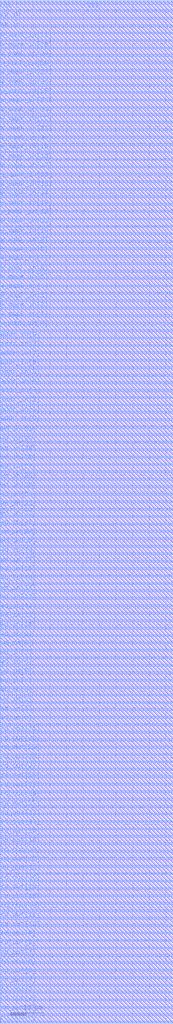
<source format=lef>
# Generated by FakeRAM 2.0
VERSION 5.7 ;
BUSBITCHARS "[]" ;
PROPERTYDEFINITIONS
  MACRO width INTEGER ;
  MACRO depth INTEGER ;
  MACRO banks INTEGER ;
END PROPERTYDEFINITIONS
MACRO fakeram45_1024x32_top_tier
  PROPERTY width 32 ;
  PROPERTY depth 1024 ;
  PROPERTY banks 2 ;
  FOREIGN fakeram45_1024x32_top_tier 0 0 ;
  SYMMETRY X Y R90 ;
  SIZE 0.19 BY 1.4 ;
  CLASS BLOCK ;
  PIN rd_out[0]
    DIRECTION OUTPUT ;
    USE SIGNAL ;
    SHAPE ABUTMENT ;
    PORT
      LAYER metal4_top_tier ;
      RECT 0.000 0.280 0.140 0.420 ;
    END
  END rd_out[0]
  PIN rd_out[1]
    DIRECTION OUTPUT ;
    USE SIGNAL ;
    SHAPE ABUTMENT ;
    PORT
      LAYER metal4_top_tier ;
      RECT 0.000 3.080 0.140 3.220 ;
    END
  END rd_out[1]
  PIN rd_out[2]
    DIRECTION OUTPUT ;
    USE SIGNAL ;
    SHAPE ABUTMENT ;
    PORT
      LAYER metal4_top_tier ;
      RECT 0.000 5.880 0.140 6.020 ;
    END
  END rd_out[2]
  PIN rd_out[3]
    DIRECTION OUTPUT ;
    USE SIGNAL ;
    SHAPE ABUTMENT ;
    PORT
      LAYER metal4_top_tier ;
      RECT 0.000 8.680 0.140 8.820 ;
    END
  END rd_out[3]
  PIN rd_out[4]
    DIRECTION OUTPUT ;
    USE SIGNAL ;
    SHAPE ABUTMENT ;
    PORT
      LAYER metal4_top_tier ;
      RECT 0.000 11.480 0.140 11.620 ;
    END
  END rd_out[4]
  PIN rd_out[5]
    DIRECTION OUTPUT ;
    USE SIGNAL ;
    SHAPE ABUTMENT ;
    PORT
      LAYER metal4_top_tier ;
      RECT 0.000 14.280 0.140 14.420 ;
    END
  END rd_out[5]
  PIN rd_out[6]
    DIRECTION OUTPUT ;
    USE SIGNAL ;
    SHAPE ABUTMENT ;
    PORT
      LAYER metal4_top_tier ;
      RECT 0.000 17.080 0.140 17.220 ;
    END
  END rd_out[6]
  PIN rd_out[7]
    DIRECTION OUTPUT ;
    USE SIGNAL ;
    SHAPE ABUTMENT ;
    PORT
      LAYER metal4_top_tier ;
      RECT 0.000 19.880 0.140 20.020 ;
    END
  END rd_out[7]
  PIN rd_out[8]
    DIRECTION OUTPUT ;
    USE SIGNAL ;
    SHAPE ABUTMENT ;
    PORT
      LAYER metal4_top_tier ;
      RECT 0.000 22.680 0.140 22.820 ;
    END
  END rd_out[8]
  PIN rd_out[9]
    DIRECTION OUTPUT ;
    USE SIGNAL ;
    SHAPE ABUTMENT ;
    PORT
      LAYER metal4_top_tier ;
      RECT 0.000 25.480 0.140 25.620 ;
    END
  END rd_out[9]
  PIN rd_out[10]
    DIRECTION OUTPUT ;
    USE SIGNAL ;
    SHAPE ABUTMENT ;
    PORT
      LAYER metal4_top_tier ;
      RECT 0.000 28.280 0.140 28.420 ;
    END
  END rd_out[10]
  PIN rd_out[11]
    DIRECTION OUTPUT ;
    USE SIGNAL ;
    SHAPE ABUTMENT ;
    PORT
      LAYER metal4_top_tier ;
      RECT 0.000 31.080 0.140 31.220 ;
    END
  END rd_out[11]
  PIN rd_out[12]
    DIRECTION OUTPUT ;
    USE SIGNAL ;
    SHAPE ABUTMENT ;
    PORT
      LAYER metal4_top_tier ;
      RECT 0.000 33.880 0.140 34.020 ;
    END
  END rd_out[12]
  PIN rd_out[13]
    DIRECTION OUTPUT ;
    USE SIGNAL ;
    SHAPE ABUTMENT ;
    PORT
      LAYER metal4_top_tier ;
      RECT 0.000 36.680 0.140 36.820 ;
    END
  END rd_out[13]
  PIN rd_out[14]
    DIRECTION OUTPUT ;
    USE SIGNAL ;
    SHAPE ABUTMENT ;
    PORT
      LAYER metal4_top_tier ;
      RECT 0.000 39.480 0.140 39.620 ;
    END
  END rd_out[14]
  PIN rd_out[15]
    DIRECTION OUTPUT ;
    USE SIGNAL ;
    SHAPE ABUTMENT ;
    PORT
      LAYER metal4_top_tier ;
      RECT 0.000 42.280 0.140 42.420 ;
    END
  END rd_out[15]
  PIN rd_out[16]
    DIRECTION OUTPUT ;
    USE SIGNAL ;
    SHAPE ABUTMENT ;
    PORT
      LAYER metal4_top_tier ;
      RECT 0.000 45.080 0.140 45.220 ;
    END
  END rd_out[16]
  PIN rd_out[17]
    DIRECTION OUTPUT ;
    USE SIGNAL ;
    SHAPE ABUTMENT ;
    PORT
      LAYER metal4_top_tier ;
      RECT 0.000 47.880 0.140 48.020 ;
    END
  END rd_out[17]
  PIN rd_out[18]
    DIRECTION OUTPUT ;
    USE SIGNAL ;
    SHAPE ABUTMENT ;
    PORT
      LAYER metal4_top_tier ;
      RECT 0.000 50.680 0.140 50.820 ;
    END
  END rd_out[18]
  PIN rd_out[19]
    DIRECTION OUTPUT ;
    USE SIGNAL ;
    SHAPE ABUTMENT ;
    PORT
      LAYER metal4_top_tier ;
      RECT 0.000 53.480 0.140 53.620 ;
    END
  END rd_out[19]
  PIN rd_out[20]
    DIRECTION OUTPUT ;
    USE SIGNAL ;
    SHAPE ABUTMENT ;
    PORT
      LAYER metal4_top_tier ;
      RECT 0.000 56.280 0.140 56.420 ;
    END
  END rd_out[20]
  PIN rd_out[21]
    DIRECTION OUTPUT ;
    USE SIGNAL ;
    SHAPE ABUTMENT ;
    PORT
      LAYER metal4_top_tier ;
      RECT 0.000 59.080 0.140 59.220 ;
    END
  END rd_out[21]
  PIN rd_out[22]
    DIRECTION OUTPUT ;
    USE SIGNAL ;
    SHAPE ABUTMENT ;
    PORT
      LAYER metal4_top_tier ;
      RECT 0.000 61.880 0.140 62.020 ;
    END
  END rd_out[22]
  PIN rd_out[23]
    DIRECTION OUTPUT ;
    USE SIGNAL ;
    SHAPE ABUTMENT ;
    PORT
      LAYER metal4_top_tier ;
      RECT 0.000 64.680 0.140 64.820 ;
    END
  END rd_out[23]
  PIN rd_out[24]
    DIRECTION OUTPUT ;
    USE SIGNAL ;
    SHAPE ABUTMENT ;
    PORT
      LAYER metal4_top_tier ;
      RECT 0.000 67.480 0.140 67.620 ;
    END
  END rd_out[24]
  PIN rd_out[25]
    DIRECTION OUTPUT ;
    USE SIGNAL ;
    SHAPE ABUTMENT ;
    PORT
      LAYER metal4_top_tier ;
      RECT 0.000 70.280 0.140 70.420 ;
    END
  END rd_out[25]
  PIN rd_out[26]
    DIRECTION OUTPUT ;
    USE SIGNAL ;
    SHAPE ABUTMENT ;
    PORT
      LAYER metal4_top_tier ;
      RECT 0.000 73.080 0.140 73.220 ;
    END
  END rd_out[26]
  PIN rd_out[27]
    DIRECTION OUTPUT ;
    USE SIGNAL ;
    SHAPE ABUTMENT ;
    PORT
      LAYER metal4_top_tier ;
      RECT 0.000 75.880 0.140 76.020 ;
    END
  END rd_out[27]
  PIN rd_out[28]
    DIRECTION OUTPUT ;
    USE SIGNAL ;
    SHAPE ABUTMENT ;
    PORT
      LAYER metal4_top_tier ;
      RECT 0.000 78.680 0.140 78.820 ;
    END
  END rd_out[28]
  PIN rd_out[29]
    DIRECTION OUTPUT ;
    USE SIGNAL ;
    SHAPE ABUTMENT ;
    PORT
      LAYER metal4_top_tier ;
      RECT 0.000 81.480 0.140 81.620 ;
    END
  END rd_out[29]
  PIN rd_out[30]
    DIRECTION OUTPUT ;
    USE SIGNAL ;
    SHAPE ABUTMENT ;
    PORT
      LAYER metal4_top_tier ;
      RECT 0.000 84.280 0.140 84.420 ;
    END
  END rd_out[30]
  PIN rd_out[31]
    DIRECTION OUTPUT ;
    USE SIGNAL ;
    SHAPE ABUTMENT ;
    PORT
      LAYER metal4_top_tier ;
      RECT 0.000 87.080 0.140 87.220 ;
    END
  END rd_out[31]
  PIN wd_in[0]
    DIRECTION INPUT ;
    USE SIGNAL ;
    SHAPE ABUTMENT ;
    PORT
      LAYER metal4_top_tier ;
      RECT 0.000 90.440 0.140 90.580 ;
    END
  END wd_in[0]
  PIN wd_in[1]
    DIRECTION INPUT ;
    USE SIGNAL ;
    SHAPE ABUTMENT ;
    PORT
      LAYER metal4_top_tier ;
      RECT 0.000 93.240 0.140 93.380 ;
    END
  END wd_in[1]
  PIN wd_in[2]
    DIRECTION INPUT ;
    USE SIGNAL ;
    SHAPE ABUTMENT ;
    PORT
      LAYER metal4_top_tier ;
      RECT 0.000 96.040 0.140 96.180 ;
    END
  END wd_in[2]
  PIN wd_in[3]
    DIRECTION INPUT ;
    USE SIGNAL ;
    SHAPE ABUTMENT ;
    PORT
      LAYER metal4_top_tier ;
      RECT 0.000 98.840 0.140 98.980 ;
    END
  END wd_in[3]
  PIN wd_in[4]
    DIRECTION INPUT ;
    USE SIGNAL ;
    SHAPE ABUTMENT ;
    PORT
      LAYER metal4_top_tier ;
      RECT 0.000 101.640 0.140 101.780 ;
    END
  END wd_in[4]
  PIN wd_in[5]
    DIRECTION INPUT ;
    USE SIGNAL ;
    SHAPE ABUTMENT ;
    PORT
      LAYER metal4_top_tier ;
      RECT 0.000 104.440 0.140 104.580 ;
    END
  END wd_in[5]
  PIN wd_in[6]
    DIRECTION INPUT ;
    USE SIGNAL ;
    SHAPE ABUTMENT ;
    PORT
      LAYER metal4_top_tier ;
      RECT 0.000 107.240 0.140 107.380 ;
    END
  END wd_in[6]
  PIN wd_in[7]
    DIRECTION INPUT ;
    USE SIGNAL ;
    SHAPE ABUTMENT ;
    PORT
      LAYER metal4_top_tier ;
      RECT 0.000 110.040 0.140 110.180 ;
    END
  END wd_in[7]
  PIN wd_in[8]
    DIRECTION INPUT ;
    USE SIGNAL ;
    SHAPE ABUTMENT ;
    PORT
      LAYER metal4_top_tier ;
      RECT 0.000 112.840 0.140 112.980 ;
    END
  END wd_in[8]
  PIN wd_in[9]
    DIRECTION INPUT ;
    USE SIGNAL ;
    SHAPE ABUTMENT ;
    PORT
      LAYER metal4_top_tier ;
      RECT 0.000 115.640 0.140 115.780 ;
    END
  END wd_in[9]
  PIN wd_in[10]
    DIRECTION INPUT ;
    USE SIGNAL ;
    SHAPE ABUTMENT ;
    PORT
      LAYER metal4_top_tier ;
      RECT 0.000 118.440 0.140 118.580 ;
    END
  END wd_in[10]
  PIN wd_in[11]
    DIRECTION INPUT ;
    USE SIGNAL ;
    SHAPE ABUTMENT ;
    PORT
      LAYER metal4_top_tier ;
      RECT 0.000 121.240 0.140 121.380 ;
    END
  END wd_in[11]
  PIN wd_in[12]
    DIRECTION INPUT ;
    USE SIGNAL ;
    SHAPE ABUTMENT ;
    PORT
      LAYER metal4_top_tier ;
      RECT 0.000 124.040 0.140 124.180 ;
    END
  END wd_in[12]
  PIN wd_in[13]
    DIRECTION INPUT ;
    USE SIGNAL ;
    SHAPE ABUTMENT ;
    PORT
      LAYER metal4_top_tier ;
      RECT 0.000 126.840 0.140 126.980 ;
    END
  END wd_in[13]
  PIN wd_in[14]
    DIRECTION INPUT ;
    USE SIGNAL ;
    SHAPE ABUTMENT ;
    PORT
      LAYER metal4_top_tier ;
      RECT 0.000 129.640 0.140 129.780 ;
    END
  END wd_in[14]
  PIN wd_in[15]
    DIRECTION INPUT ;
    USE SIGNAL ;
    SHAPE ABUTMENT ;
    PORT
      LAYER metal4_top_tier ;
      RECT 0.000 132.440 0.140 132.580 ;
    END
  END wd_in[15]
  PIN wd_in[16]
    DIRECTION INPUT ;
    USE SIGNAL ;
    SHAPE ABUTMENT ;
    PORT
      LAYER metal4_top_tier ;
      RECT 0.000 135.240 0.140 135.380 ;
    END
  END wd_in[16]
  PIN wd_in[17]
    DIRECTION INPUT ;
    USE SIGNAL ;
    SHAPE ABUTMENT ;
    PORT
      LAYER metal4_top_tier ;
      RECT 0.000 138.040 0.140 138.180 ;
    END
  END wd_in[17]
  PIN wd_in[18]
    DIRECTION INPUT ;
    USE SIGNAL ;
    SHAPE ABUTMENT ;
    PORT
      LAYER metal4_top_tier ;
      RECT 0.000 140.840 0.140 140.980 ;
    END
  END wd_in[18]
  PIN wd_in[19]
    DIRECTION INPUT ;
    USE SIGNAL ;
    SHAPE ABUTMENT ;
    PORT
      LAYER metal4_top_tier ;
      RECT 0.000 143.640 0.140 143.780 ;
    END
  END wd_in[19]
  PIN wd_in[20]
    DIRECTION INPUT ;
    USE SIGNAL ;
    SHAPE ABUTMENT ;
    PORT
      LAYER metal4_top_tier ;
      RECT 0.000 146.440 0.140 146.580 ;
    END
  END wd_in[20]
  PIN wd_in[21]
    DIRECTION INPUT ;
    USE SIGNAL ;
    SHAPE ABUTMENT ;
    PORT
      LAYER metal4_top_tier ;
      RECT 0.000 149.240 0.140 149.380 ;
    END
  END wd_in[21]
  PIN wd_in[22]
    DIRECTION INPUT ;
    USE SIGNAL ;
    SHAPE ABUTMENT ;
    PORT
      LAYER metal4_top_tier ;
      RECT 0.000 152.040 0.140 152.180 ;
    END
  END wd_in[22]
  PIN wd_in[23]
    DIRECTION INPUT ;
    USE SIGNAL ;
    SHAPE ABUTMENT ;
    PORT
      LAYER metal4_top_tier ;
      RECT 0.000 154.840 0.140 154.980 ;
    END
  END wd_in[23]
  PIN wd_in[24]
    DIRECTION INPUT ;
    USE SIGNAL ;
    SHAPE ABUTMENT ;
    PORT
      LAYER metal4_top_tier ;
      RECT 0.000 157.640 0.140 157.780 ;
    END
  END wd_in[24]
  PIN wd_in[25]
    DIRECTION INPUT ;
    USE SIGNAL ;
    SHAPE ABUTMENT ;
    PORT
      LAYER metal4_top_tier ;
      RECT 0.000 160.440 0.140 160.580 ;
    END
  END wd_in[25]
  PIN wd_in[26]
    DIRECTION INPUT ;
    USE SIGNAL ;
    SHAPE ABUTMENT ;
    PORT
      LAYER metal4_top_tier ;
      RECT 0.000 163.240 0.140 163.380 ;
    END
  END wd_in[26]
  PIN wd_in[27]
    DIRECTION INPUT ;
    USE SIGNAL ;
    SHAPE ABUTMENT ;
    PORT
      LAYER metal4_top_tier ;
      RECT 0.000 166.040 0.140 166.180 ;
    END
  END wd_in[27]
  PIN wd_in[28]
    DIRECTION INPUT ;
    USE SIGNAL ;
    SHAPE ABUTMENT ;
    PORT
      LAYER metal4_top_tier ;
      RECT 0.000 168.840 0.140 168.980 ;
    END
  END wd_in[28]
  PIN wd_in[29]
    DIRECTION INPUT ;
    USE SIGNAL ;
    SHAPE ABUTMENT ;
    PORT
      LAYER metal4_top_tier ;
      RECT 0.000 171.640 0.140 171.780 ;
    END
  END wd_in[29]
  PIN wd_in[30]
    DIRECTION INPUT ;
    USE SIGNAL ;
    SHAPE ABUTMENT ;
    PORT
      LAYER metal4_top_tier ;
      RECT 0.000 174.440 0.140 174.580 ;
    END
  END wd_in[30]
  PIN wd_in[31]
    DIRECTION INPUT ;
    USE SIGNAL ;
    SHAPE ABUTMENT ;
    PORT
      LAYER metal4_top_tier ;
      RECT 0.000 177.240 0.140 177.380 ;
    END
  END wd_in[31]
  PIN addr_in[0]
    DIRECTION INPUT ;
    USE SIGNAL ;
    SHAPE ABUTMENT ;
    PORT
      LAYER metal4_top_tier ;
      RECT 0.000 180.600 0.140 180.740 ;
    END
  END addr_in[0]
  PIN addr_in[1]
    DIRECTION INPUT ;
    USE SIGNAL ;
    SHAPE ABUTMENT ;
    PORT
      LAYER metal4_top_tier ;
      RECT 0.000 183.400 0.140 183.540 ;
    END
  END addr_in[1]
  PIN addr_in[2]
    DIRECTION INPUT ;
    USE SIGNAL ;
    SHAPE ABUTMENT ;
    PORT
      LAYER metal4_top_tier ;
      RECT 0.000 186.200 0.140 186.340 ;
    END
  END addr_in[2]
  PIN addr_in[3]
    DIRECTION INPUT ;
    USE SIGNAL ;
    SHAPE ABUTMENT ;
    PORT
      LAYER metal4_top_tier ;
      RECT 0.000 189.000 0.140 189.140 ;
    END
  END addr_in[3]
  PIN addr_in[4]
    DIRECTION INPUT ;
    USE SIGNAL ;
    SHAPE ABUTMENT ;
    PORT
      LAYER metal4_top_tier ;
      RECT 0.000 191.800 0.140 191.940 ;
    END
  END addr_in[4]
  PIN addr_in[5]
    DIRECTION INPUT ;
    USE SIGNAL ;
    SHAPE ABUTMENT ;
    PORT
      LAYER metal4_top_tier ;
      RECT 0.000 194.600 0.140 194.740 ;
    END
  END addr_in[5]
  PIN addr_in[6]
    DIRECTION INPUT ;
    USE SIGNAL ;
    SHAPE ABUTMENT ;
    PORT
      LAYER metal4_top_tier ;
      RECT 0.000 197.400 0.140 197.540 ;
    END
  END addr_in[6]
  PIN addr_in[7]
    DIRECTION INPUT ;
    USE SIGNAL ;
    SHAPE ABUTMENT ;
    PORT
      LAYER metal4_top_tier ;
      RECT 0.000 200.200 0.140 200.340 ;
    END
  END addr_in[7]
  PIN addr_in[8]
    DIRECTION INPUT ;
    USE SIGNAL ;
    SHAPE ABUTMENT ;
    PORT
      LAYER metal4_top_tier ;
      RECT 0.000 203.000 0.140 203.140 ;
    END
  END addr_in[8]
  PIN addr_in[9]
    DIRECTION INPUT ;
    USE SIGNAL ;
    SHAPE ABUTMENT ;
    PORT
      LAYER metal4_top_tier ;
      RECT 0.000 205.800 0.140 205.940 ;
    END
  END addr_in[9]
  PIN w_mask_in[0]
    DIRECTION OUTPUT ;
    USE SIGNAL ;
    SHAPE ABUTMENT ;
    PORT
      LAYER metal4_top_tier ;
      RECT 0.000 209.160 0.140 209.300 ;
    END
  END w_mask_in[0]
  PIN w_mask_in[1]
    DIRECTION OUTPUT ;
    USE SIGNAL ;
    SHAPE ABUTMENT ;
    PORT
      LAYER metal4_top_tier ;
      RECT 0.000 211.960 0.140 212.100 ;
    END
  END w_mask_in[1]
  PIN w_mask_in[2]
    DIRECTION OUTPUT ;
    USE SIGNAL ;
    SHAPE ABUTMENT ;
    PORT
      LAYER metal4_top_tier ;
      RECT 0.000 214.760 0.140 214.900 ;
    END
  END w_mask_in[2]
  PIN w_mask_in[3]
    DIRECTION OUTPUT ;
    USE SIGNAL ;
    SHAPE ABUTMENT ;
    PORT
      LAYER metal4_top_tier ;
      RECT 0.000 217.560 0.140 217.700 ;
    END
  END w_mask_in[3]
  PIN w_mask_in[4]
    DIRECTION OUTPUT ;
    USE SIGNAL ;
    SHAPE ABUTMENT ;
    PORT
      LAYER metal4_top_tier ;
      RECT 0.000 220.360 0.140 220.500 ;
    END
  END w_mask_in[4]
  PIN w_mask_in[5]
    DIRECTION OUTPUT ;
    USE SIGNAL ;
    SHAPE ABUTMENT ;
    PORT
      LAYER metal4_top_tier ;
      RECT 0.000 223.160 0.140 223.300 ;
    END
  END w_mask_in[5]
  PIN w_mask_in[6]
    DIRECTION OUTPUT ;
    USE SIGNAL ;
    SHAPE ABUTMENT ;
    PORT
      LAYER metal4_top_tier ;
      RECT 0.000 225.960 0.140 226.100 ;
    END
  END w_mask_in[6]
  PIN w_mask_in[7]
    DIRECTION OUTPUT ;
    USE SIGNAL ;
    SHAPE ABUTMENT ;
    PORT
      LAYER metal4_top_tier ;
      RECT 0.000 228.760 0.140 228.900 ;
    END
  END w_mask_in[7]
  PIN w_mask_in[8]
    DIRECTION OUTPUT ;
    USE SIGNAL ;
    SHAPE ABUTMENT ;
    PORT
      LAYER metal4_top_tier ;
      RECT 0.000 231.560 0.140 231.700 ;
    END
  END w_mask_in[8]
  PIN w_mask_in[9]
    DIRECTION OUTPUT ;
    USE SIGNAL ;
    SHAPE ABUTMENT ;
    PORT
      LAYER metal4_top_tier ;
      RECT 0.000 234.360 0.140 234.500 ;
    END
  END w_mask_in[9]
  PIN w_mask_in[10]
    DIRECTION OUTPUT ;
    USE SIGNAL ;
    SHAPE ABUTMENT ;
    PORT
      LAYER metal4_top_tier ;
      RECT 0.000 237.160 0.140 237.300 ;
    END
  END w_mask_in[10]
  PIN w_mask_in[11]
    DIRECTION OUTPUT ;
    USE SIGNAL ;
    SHAPE ABUTMENT ;
    PORT
      LAYER metal4_top_tier ;
      RECT 0.000 239.960 0.140 240.100 ;
    END
  END w_mask_in[11]
  PIN w_mask_in[12]
    DIRECTION OUTPUT ;
    USE SIGNAL ;
    SHAPE ABUTMENT ;
    PORT
      LAYER metal4_top_tier ;
      RECT 0.000 242.760 0.140 242.900 ;
    END
  END w_mask_in[12]
  PIN w_mask_in[13]
    DIRECTION OUTPUT ;
    USE SIGNAL ;
    SHAPE ABUTMENT ;
    PORT
      LAYER metal4_top_tier ;
      RECT 0.000 245.560 0.140 245.700 ;
    END
  END w_mask_in[13]
  PIN w_mask_in[14]
    DIRECTION OUTPUT ;
    USE SIGNAL ;
    SHAPE ABUTMENT ;
    PORT
      LAYER metal4_top_tier ;
      RECT 0.000 248.360 0.140 248.500 ;
    END
  END w_mask_in[14]
  PIN w_mask_in[15]
    DIRECTION OUTPUT ;
    USE SIGNAL ;
    SHAPE ABUTMENT ;
    PORT
      LAYER metal4_top_tier ;
      RECT 0.000 251.160 0.140 251.300 ;
    END
  END w_mask_in[15]
  PIN w_mask_in[16]
    DIRECTION OUTPUT ;
    USE SIGNAL ;
    SHAPE ABUTMENT ;
    PORT
      LAYER metal4_top_tier ;
      RECT 0.000 253.960 0.140 254.100 ;
    END
  END w_mask_in[16]
  PIN w_mask_in[17]
    DIRECTION OUTPUT ;
    USE SIGNAL ;
    SHAPE ABUTMENT ;
    PORT
      LAYER metal4_top_tier ;
      RECT 0.000 256.760 0.140 256.900 ;
    END
  END w_mask_in[17]
  PIN w_mask_in[18]
    DIRECTION OUTPUT ;
    USE SIGNAL ;
    SHAPE ABUTMENT ;
    PORT
      LAYER metal4_top_tier ;
      RECT 0.000 259.560 0.140 259.700 ;
    END
  END w_mask_in[18]
  PIN w_mask_in[19]
    DIRECTION OUTPUT ;
    USE SIGNAL ;
    SHAPE ABUTMENT ;
    PORT
      LAYER metal4_top_tier ;
      RECT 0.000 262.360 0.140 262.500 ;
    END
  END w_mask_in[19]
  PIN w_mask_in[20]
    DIRECTION OUTPUT ;
    USE SIGNAL ;
    SHAPE ABUTMENT ;
    PORT
      LAYER metal4_top_tier ;
      RECT 0.000 265.160 0.140 265.300 ;
    END
  END w_mask_in[20]
  PIN w_mask_in[21]
    DIRECTION OUTPUT ;
    USE SIGNAL ;
    SHAPE ABUTMENT ;
    PORT
      LAYER metal4_top_tier ;
      RECT 0.000 267.960 0.140 268.100 ;
    END
  END w_mask_in[21]
  PIN w_mask_in[22]
    DIRECTION OUTPUT ;
    USE SIGNAL ;
    SHAPE ABUTMENT ;
    PORT
      LAYER metal4_top_tier ;
      RECT 0.000 270.760 0.140 270.900 ;
    END
  END w_mask_in[22]
  PIN w_mask_in[23]
    DIRECTION OUTPUT ;
    USE SIGNAL ;
    SHAPE ABUTMENT ;
    PORT
      LAYER metal4_top_tier ;
      RECT 0.000 273.560 0.140 273.700 ;
    END
  END w_mask_in[23]
  PIN w_mask_in[24]
    DIRECTION OUTPUT ;
    USE SIGNAL ;
    SHAPE ABUTMENT ;
    PORT
      LAYER metal4_top_tier ;
      RECT 0.000 276.360 0.140 276.500 ;
    END
  END w_mask_in[24]
  PIN w_mask_in[25]
    DIRECTION OUTPUT ;
    USE SIGNAL ;
    SHAPE ABUTMENT ;
    PORT
      LAYER metal4_top_tier ;
      RECT 0.000 279.160 0.140 279.300 ;
    END
  END w_mask_in[25]
  PIN w_mask_in[26]
    DIRECTION OUTPUT ;
    USE SIGNAL ;
    SHAPE ABUTMENT ;
    PORT
      LAYER metal4_top_tier ;
      RECT 0.000 281.960 0.140 282.100 ;
    END
  END w_mask_in[26]
  PIN w_mask_in[27]
    DIRECTION OUTPUT ;
    USE SIGNAL ;
    SHAPE ABUTMENT ;
    PORT
      LAYER metal4_top_tier ;
      RECT 0.000 284.760 0.140 284.900 ;
    END
  END w_mask_in[27]
  PIN w_mask_in[28]
    DIRECTION OUTPUT ;
    USE SIGNAL ;
    SHAPE ABUTMENT ;
    PORT
      LAYER metal4_top_tier ;
      RECT 0.000 287.560 0.140 287.700 ;
    END
  END w_mask_in[28]
  PIN w_mask_in[29]
    DIRECTION OUTPUT ;
    USE SIGNAL ;
    SHAPE ABUTMENT ;
    PORT
      LAYER metal4_top_tier ;
      RECT 0.000 290.360 0.140 290.500 ;
    END
  END w_mask_in[29]
  PIN w_mask_in[30]
    DIRECTION OUTPUT ;
    USE SIGNAL ;
    SHAPE ABUTMENT ;
    PORT
      LAYER metal4_top_tier ;
      RECT 0.000 293.160 0.140 293.300 ;
    END
  END w_mask_in[30]
  PIN w_mask_in[31]
    DIRECTION OUTPUT ;
    USE SIGNAL ;
    SHAPE ABUTMENT ;
    PORT
      LAYER metal4_top_tier ;
      RECT 0.000 295.960 0.140 296.100 ;
    END
  END w_mask_in[31]
  PIN we_in
    DIRECTION INPUT ;
    USE SIGNAL ;
    SHAPE ABUTMENT ;
    PORT
      LAYER metal4_top_tier ;
      RECT 0.000 299.320 0.140 299.460 ;
    END
  END we_in
  PIN ce_in
    DIRECTION INPUT ;
    USE SIGNAL ;
    SHAPE ABUTMENT ;
    PORT
      LAYER metal4_top_tier ;
      RECT 0.000 302.120 0.140 302.260 ;
    END
  END ce_in
  PIN clk
    DIRECTION INPUT ;
    USE SIGNAL ;
    SHAPE ABUTMENT ;
    PORT
      LAYER metal4_top_tier ;
      RECT 0.000 304.920 0.140 305.060 ;
    END
  END clk
  PIN VSS
    DIRECTION INOUT ;
    USE GROUND ;
    PORT
      LAYER metal4_top_tier ;
      RECT 0.280 0.000 51.970 0.560 ;
      RECT 0.280 4.480 51.970 5.040 ;
      RECT 0.280 8.960 51.970 9.520 ;
      RECT 0.280 13.440 51.970 14.000 ;
      RECT 0.280 17.920 51.970 18.480 ;
      RECT 0.280 22.400 51.970 22.960 ;
      RECT 0.280 26.880 51.970 27.440 ;
      RECT 0.280 31.360 51.970 31.920 ;
      RECT 0.280 35.840 51.970 36.400 ;
      RECT 0.280 40.320 51.970 40.880 ;
      RECT 0.280 44.800 51.970 45.360 ;
      RECT 0.280 49.280 51.970 49.840 ;
      RECT 0.280 53.760 51.970 54.320 ;
      RECT 0.280 58.240 51.970 58.800 ;
      RECT 0.280 62.720 51.970 63.280 ;
      RECT 0.280 67.200 51.970 67.760 ;
      RECT 0.280 71.680 51.970 72.240 ;
      RECT 0.280 76.160 51.970 76.720 ;
      RECT 0.280 80.640 51.970 81.200 ;
      RECT 0.280 85.120 51.970 85.680 ;
      RECT 0.280 89.600 51.970 90.160 ;
      RECT 0.280 94.080 51.970 94.640 ;
      RECT 0.280 98.560 51.970 99.120 ;
      RECT 0.280 103.040 51.970 103.600 ;
      RECT 0.280 107.520 51.970 108.080 ;
      RECT 0.280 112.000 51.970 112.560 ;
      RECT 0.280 116.480 51.970 117.040 ;
      RECT 0.280 120.960 51.970 121.520 ;
      RECT 0.280 125.440 51.970 126.000 ;
      RECT 0.280 129.920 51.970 130.480 ;
      RECT 0.280 134.400 51.970 134.960 ;
      RECT 0.280 138.880 51.970 139.440 ;
      RECT 0.280 143.360 51.970 143.920 ;
      RECT 0.280 147.840 51.970 148.400 ;
      RECT 0.280 152.320 51.970 152.880 ;
      RECT 0.280 156.800 51.970 157.360 ;
      RECT 0.280 161.280 51.970 161.840 ;
      RECT 0.280 165.760 51.970 166.320 ;
      RECT 0.280 170.240 51.970 170.800 ;
      RECT 0.280 174.720 51.970 175.280 ;
      RECT 0.280 179.200 51.970 179.760 ;
      RECT 0.280 183.680 51.970 184.240 ;
      RECT 0.280 188.160 51.970 188.720 ;
      RECT 0.280 192.640 51.970 193.200 ;
      RECT 0.280 197.120 51.970 197.680 ;
      RECT 0.280 201.600 51.970 202.160 ;
      RECT 0.280 206.080 51.970 206.640 ;
      RECT 0.280 210.560 51.970 211.120 ;
      RECT 0.280 215.040 51.970 215.600 ;
      RECT 0.280 219.520 51.970 220.080 ;
      RECT 0.280 224.000 51.970 224.560 ;
      RECT 0.280 228.480 51.970 229.040 ;
      RECT 0.280 232.960 51.970 233.520 ;
      RECT 0.280 237.440 51.970 238.000 ;
      RECT 0.280 241.920 51.970 242.480 ;
      RECT 0.280 246.400 51.970 246.960 ;
      RECT 0.280 250.880 51.970 251.440 ;
      RECT 0.280 255.360 51.970 255.920 ;
      RECT 0.280 259.840 51.970 260.400 ;
      RECT 0.280 264.320 51.970 264.880 ;
      RECT 0.280 268.800 51.970 269.360 ;
      RECT 0.280 273.280 51.970 273.840 ;
      RECT 0.280 277.760 51.970 278.320 ;
      RECT 0.280 282.240 51.970 282.800 ;
      RECT 0.280 286.720 51.970 287.280 ;
      RECT 0.280 291.200 51.970 291.760 ;
      RECT 0.280 295.680 51.970 296.240 ;
      RECT 0.280 300.160 51.970 300.720 ;
      RECT 0.280 304.640 51.970 305.200 ;
    END
  END VSS
  PIN VDD
    DIRECTION INOUT ;
    USE POWER ;
    PORT
      LAYER metal4_top_tier ;
      RECT 0.280 2.240 51.970 2.800 ;
      RECT 0.280 6.720 51.970 7.280 ;
      RECT 0.280 11.200 51.970 11.760 ;
      RECT 0.280 15.680 51.970 16.240 ;
      RECT 0.280 20.160 51.970 20.720 ;
      RECT 0.280 24.640 51.970 25.200 ;
      RECT 0.280 29.120 51.970 29.680 ;
      RECT 0.280 33.600 51.970 34.160 ;
      RECT 0.280 38.080 51.970 38.640 ;
      RECT 0.280 42.560 51.970 43.120 ;
      RECT 0.280 47.040 51.970 47.600 ;
      RECT 0.280 51.520 51.970 52.080 ;
      RECT 0.280 56.000 51.970 56.560 ;
      RECT 0.280 60.480 51.970 61.040 ;
      RECT 0.280 64.960 51.970 65.520 ;
      RECT 0.280 69.440 51.970 70.000 ;
      RECT 0.280 73.920 51.970 74.480 ;
      RECT 0.280 78.400 51.970 78.960 ;
      RECT 0.280 82.880 51.970 83.440 ;
      RECT 0.280 87.360 51.970 87.920 ;
      RECT 0.280 91.840 51.970 92.400 ;
      RECT 0.280 96.320 51.970 96.880 ;
      RECT 0.280 100.800 51.970 101.360 ;
      RECT 0.280 105.280 51.970 105.840 ;
      RECT 0.280 109.760 51.970 110.320 ;
      RECT 0.280 114.240 51.970 114.800 ;
      RECT 0.280 118.720 51.970 119.280 ;
      RECT 0.280 123.200 51.970 123.760 ;
      RECT 0.280 127.680 51.970 128.240 ;
      RECT 0.280 132.160 51.970 132.720 ;
      RECT 0.280 136.640 51.970 137.200 ;
      RECT 0.280 141.120 51.970 141.680 ;
      RECT 0.280 145.600 51.970 146.160 ;
      RECT 0.280 150.080 51.970 150.640 ;
      RECT 0.280 154.560 51.970 155.120 ;
      RECT 0.280 159.040 51.970 159.600 ;
      RECT 0.280 163.520 51.970 164.080 ;
      RECT 0.280 168.000 51.970 168.560 ;
      RECT 0.280 172.480 51.970 173.040 ;
      RECT 0.280 176.960 51.970 177.520 ;
      RECT 0.280 181.440 51.970 182.000 ;
      RECT 0.280 185.920 51.970 186.480 ;
      RECT 0.280 190.400 51.970 190.960 ;
      RECT 0.280 194.880 51.970 195.440 ;
      RECT 0.280 199.360 51.970 199.920 ;
      RECT 0.280 203.840 51.970 204.400 ;
      RECT 0.280 208.320 51.970 208.880 ;
      RECT 0.280 212.800 51.970 213.360 ;
      RECT 0.280 217.280 51.970 217.840 ;
      RECT 0.280 221.760 51.970 222.320 ;
      RECT 0.280 226.240 51.970 226.800 ;
      RECT 0.280 230.720 51.970 231.280 ;
      RECT 0.280 235.200 51.970 235.760 ;
      RECT 0.280 239.680 51.970 240.240 ;
      RECT 0.280 244.160 51.970 244.720 ;
      RECT 0.280 248.640 51.970 249.200 ;
      RECT 0.280 253.120 51.970 253.680 ;
      RECT 0.280 257.600 51.970 258.160 ;
      RECT 0.280 262.080 51.970 262.640 ;
      RECT 0.280 266.560 51.970 267.120 ;
      RECT 0.280 271.040 51.970 271.600 ;
      RECT 0.280 275.520 51.970 276.080 ;
      RECT 0.280 280.000 51.970 280.560 ;
      RECT 0.280 284.480 51.970 285.040 ;
      RECT 0.280 288.960 51.970 289.520 ;
      RECT 0.280 293.440 51.970 294.000 ;
      RECT 0.280 297.920 51.970 298.480 ;
      RECT 0.280 302.400 51.970 302.960 ;
      RECT 0.280 306.880 51.970 307.440 ;
    END
  END VDD
  OBS
    LAYER metal1_top_tier ;
    RECT 0 0 52.250 308.000 ;
    LAYER metal2_top_tier ;
    RECT 0 0 52.250 308.000 ;
    LAYER metal3_top_tier ;
    RECT 0 0 52.250 308.000 ;
    LAYER metal4_top_tier ;
    RECT 0 0 52.250 308.000 ;
  END
END fakeram45_1024x32_top_tier

END LIBRARY

</source>
